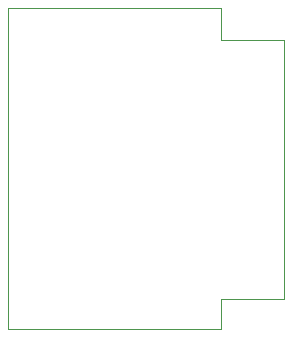
<source format=gbr>
%TF.GenerationSoftware,KiCad,Pcbnew,(6.99.0-1006-g2560c8f31b)*%
%TF.CreationDate,2022-03-06T10:16:36+01:00*%
%TF.ProjectId,freeDSP-aurora-expansion-port-extender,66726565-4453-4502-9d61-75726f72612d,rev?*%
%TF.SameCoordinates,Original*%
%TF.FileFunction,Profile,NP*%
%FSLAX46Y46*%
G04 Gerber Fmt 4.6, Leading zero omitted, Abs format (unit mm)*
G04 Created by KiCad (PCBNEW (6.99.0-1006-g2560c8f31b)) date 2022-03-06 10:16:36*
%MOMM*%
%LPD*%
G01*
G04 APERTURE LIST*
%TA.AperFunction,Profile*%
%ADD10C,0.100000*%
%TD*%
G04 APERTURE END LIST*
D10*
X160277400Y-76738000D02*
X154943400Y-76738000D01*
X160302800Y-98734400D02*
X160277400Y-76738000D01*
X154968800Y-101274400D02*
X154968800Y-98734400D01*
X154943400Y-76738000D02*
X154943400Y-74096400D01*
X136909400Y-101274400D02*
X154968800Y-101274400D01*
X154968800Y-98734400D02*
X160302800Y-98734400D01*
X154943400Y-74096400D02*
X136909400Y-74096400D01*
X136909400Y-74096400D02*
X136909400Y-101274400D01*
M02*

</source>
